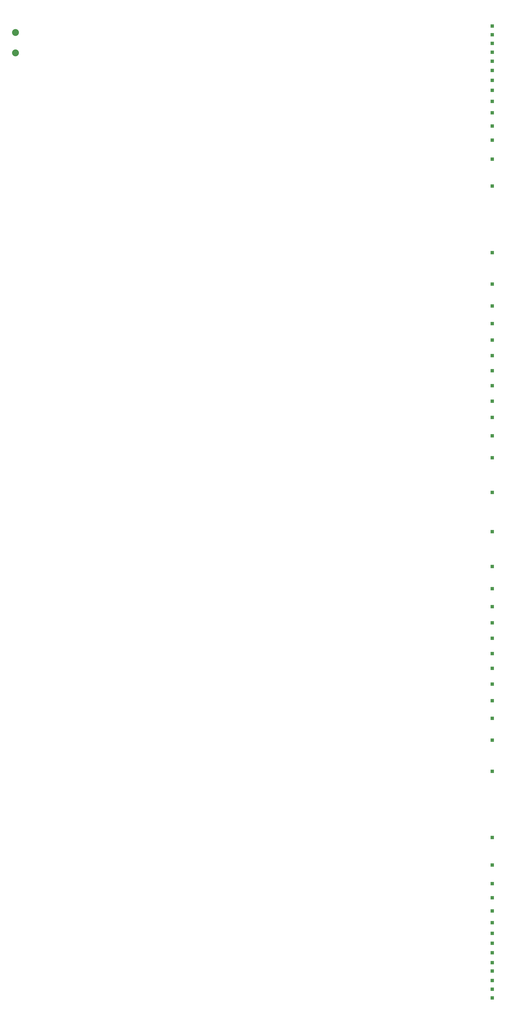
<source format=gbr>
%TF.GenerationSoftware,KiCad,Pcbnew,7.0.1-3b83917a11~172~ubuntu22.04.1*%
%TF.CreationDate,2023-12-10T14:17:30-05:00*%
%TF.ProjectId,coil_template_second,636f696c-5f74-4656-9d70-6c6174655f73,rev?*%
%TF.SameCoordinates,Original*%
%TF.FileFunction,Soldermask,Top*%
%TF.FilePolarity,Negative*%
%FSLAX46Y46*%
G04 Gerber Fmt 4.6, Leading zero omitted, Abs format (unit mm)*
G04 Created by KiCad (PCBNEW 7.0.1-3b83917a11~172~ubuntu22.04.1) date 2023-12-10 14:17:30*
%MOMM*%
%LPD*%
G01*
G04 APERTURE LIST*
%ADD10R,5.000000X5.000000*%
%ADD11C,10.160000*%
G04 APERTURE END LIST*
D10*
%TO.C,J56*%
X746500000Y-1464373272D03*
%TD*%
%TO.C,J7*%
X746500000Y-115649133D03*
%TD*%
%TO.C,J20*%
X746500000Y-497339098D03*
%TD*%
%TO.C,J54*%
X746500000Y-1438758095D03*
%TD*%
%TO.C,J34*%
X746500000Y-935666707D03*
%TD*%
D11*
%TO.C,J1*%
X45240000Y-75240000D03*
X45240000Y-45270000D03*
%TD*%
D10*
%TO.C,J33*%
X746500000Y-912969124D03*
%TD*%
%TO.C,J45*%
X746500000Y-1296376540D03*
%TD*%
%TO.C,J10*%
X746500000Y-163296738D03*
%TD*%
%TO.C,J49*%
X746500000Y-1369480685D03*
%TD*%
%TO.C,J35*%
X746500000Y-958233090D03*
%TD*%
%TO.C,J50*%
X746500000Y-1384034762D03*
%TD*%
%TO.C,J44*%
X746500000Y-1269000000D03*
%TD*%
%TO.C,J31*%
X746500000Y-862787199D03*
%TD*%
%TO.C,J13*%
X746500000Y-231461253D03*
%TD*%
%TO.C,J6*%
X746500000Y-101072427D03*
%TD*%
%TO.C,J40*%
X746500000Y-1085440235D03*
%TD*%
%TO.C,J55*%
X746500000Y-1451565684D03*
%TD*%
%TO.C,J48*%
X746500000Y-1353762280D03*
%TD*%
%TO.C,J51*%
X746500000Y-1398006677D03*
%TD*%
%TO.C,J39*%
X746500000Y-1053411796D03*
%TD*%
%TO.C,J5*%
X746500000Y-87515000D03*
%TD*%
%TO.C,J25*%
X746500000Y-611106415D03*
%TD*%
%TO.C,J27*%
X746500000Y-670366786D03*
%TD*%
%TO.C,J2*%
X746500000Y-48565597D03*
%TD*%
%TO.C,J17*%
X746500000Y-415087466D03*
%TD*%
%TO.C,J16*%
X746500000Y-368850000D03*
%TD*%
%TO.C,J30*%
X746500000Y-830223384D03*
%TD*%
%TO.C,J24*%
X746500000Y-587175553D03*
%TD*%
%TO.C,J8*%
X746500000Y-130230000D03*
%TD*%
%TO.C,J3*%
X746500000Y-61260000D03*
%TD*%
%TO.C,J47*%
X746500000Y-1336523784D03*
%TD*%
%TO.C,J23*%
X746500000Y-564446273D03*
%TD*%
%TO.C,J28*%
X746500000Y-721288889D03*
%TD*%
%TO.C,J22*%
X746500000Y-542409727D03*
%TD*%
%TO.C,J32*%
X746500000Y-889195702D03*
%TD*%
%TO.C,J38*%
X746500000Y-1027460455D03*
%TD*%
%TO.C,J36*%
X746500000Y-979854834D03*
%TD*%
%TO.C,J29*%
X746500000Y-778968895D03*
%TD*%
%TO.C,J12*%
X746500000Y-203541365D03*
%TD*%
%TO.C,J46*%
X746500000Y-1317152037D03*
%TD*%
%TO.C,J43*%
X746500000Y-1228544230D03*
%TD*%
%TO.C,J37*%
X746500000Y-1003109754D03*
%TD*%
%TO.C,J9*%
X746500000Y-146519945D03*
%TD*%
%TO.C,J52*%
X746500000Y-1412560755D03*
%TD*%
%TO.C,J4*%
X746500000Y-74320000D03*
%TD*%
%TO.C,J26*%
X746500000Y-638060123D03*
%TD*%
%TO.C,J14*%
X746500000Y-270992320D03*
%TD*%
%TO.C,J19*%
X746500000Y-473171446D03*
%TD*%
%TO.C,J11*%
X746500000Y-182782671D03*
%TD*%
%TO.C,J41*%
X746500000Y-1131252308D03*
%TD*%
%TO.C,J21*%
X746500000Y-520282497D03*
%TD*%
%TO.C,J1*%
X746500000Y-35800000D03*
%TD*%
%TO.C,J18*%
X746500000Y-447280773D03*
%TD*%
%TO.C,J53*%
X746500000Y-1424786180D03*
%TD*%
M02*

</source>
